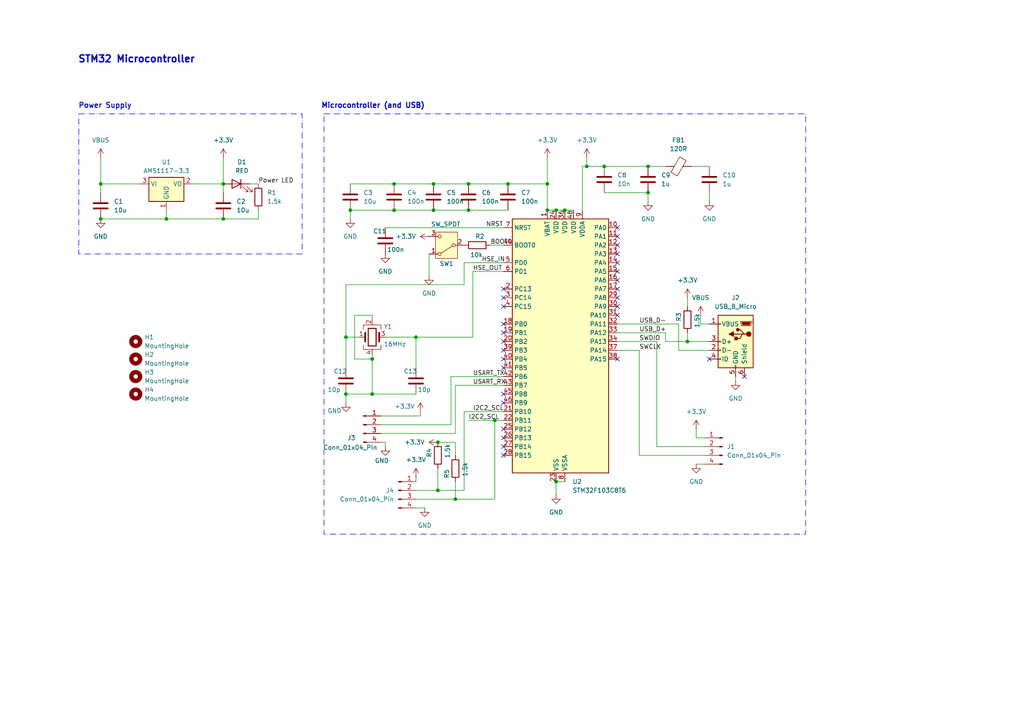
<source format=kicad_sch>
(kicad_sch (version 20231120) (generator "eeschema") (generator_version "8.0")
  (paper "A4")
  (lib_symbols
    (symbol "Connector:Conn_01x04_Pin" (pin_names (offset 1.016) hide)
      (property "Reference" "J" (at 0 5.08 0))
      (property "Value" "Conn_01x04_Pin" (at 0 -7.62 0))
      (symbol "Conn_01x04_Pin_1_1"
        (polyline (pts (xy 1.27 -5.08) (xy 0.8636 -5.08)) (stroke (width 0.1524)))
        (polyline (pts (xy 1.27 -2.54) (xy 0.8636 -2.54)) (stroke (width 0.1524)))
        (polyline (pts (xy 1.27 0) (xy 0.8636 0)) (stroke (width 0.1524)))
        (polyline (pts (xy 1.27 2.54) (xy 0.8636 2.54)) (stroke (width 0.1524)))
        (rectangle (start 0.8636 -4.953) (end 0 -5.207) (stroke (width 0.1524)) (fill (type outline)))
        (rectangle (start 0.8636 -2.413) (end 0 -2.667) (stroke (width 0.1524)) (fill (type outline)))
        (rectangle (start 0.8636 0.127) (end 0 -0.127) (stroke (width 0.1524)) (fill (type outline)))
        (rectangle (start 0.8636 2.667) (end 0 2.413) (stroke (width 0.1524)) (fill (type outline)))
        (pin passive line (at 5.08 2.54 180) (length 3.81) (name "Pin_1") (number "1"))
        (pin passive line (at 5.08 0 180) (length 3.81) (name "Pin_2") (number "2"))
        (pin passive line (at 5.08 -2.54 180) (length 3.81) (name "Pin_3") (number "3"))
        (pin passive line (at 5.08 -5.08 180) (length 3.81) (name "Pin_4") (number "4"))
      )
    )
    (symbol "Connector:USB_B_Micro" (pin_names (offset 1.016))
      (property "Reference" "J" (at -5.08 11.43 0))
      (property "Value" "USB_B_Micro" (at -5.08 8.89 0))
      (symbol "USB_B_Micro_0_1"
        (rectangle (start -5.08 -7.62) (end 5.08 7.62) (stroke (width 0.254)) (fill (type background)))
        (circle (center -3.81 2.159) (radius 0.635) (stroke (width 0.254)) (fill (type outline)))
        (circle (center -0.635 3.429) (radius 0.381) (stroke (width 0.254)) (fill (type outline)))
        (rectangle (start -0.127 -7.62) (end 0.127 -6.858))
        (polyline (pts (xy -1.905 2.159) (xy 0.635 2.159)) (stroke (width 0.254)))
        (polyline (pts (xy -3.175 2.159) (xy -2.54 2.159) (xy -1.27 3.429) (xy -0.635 3.429)) (stroke (width 0.254)))
        (polyline (pts (xy -2.54 2.159) (xy -1.905 2.159) (xy -1.27 0.889) (xy 0 0.889)) (stroke (width 0.254)))
        (polyline (pts (xy 0.635 2.794) (xy 0.635 1.524) (xy 1.905 2.159) (xy 0.635 2.794)) (stroke (width 0.254)) (fill (type outline)))
        (polyline (pts (xy -4.318 5.588) (xy -1.778 5.588) (xy -2.032 4.826) (xy -4.064 4.826) (xy -4.318 5.588)) (fill (type outline)))
        (polyline (pts (xy -4.699 5.842) (xy -4.699 5.588) (xy -4.445 4.826) (xy -4.445 4.572) (xy -1.651 4.572) (xy -1.651 4.826) (xy -1.397 5.588) (xy -1.397 5.842) (xy -4.699 5.842)))
        (rectangle (start 0.254 1.27) (end -0.508 0.508) (stroke (width 0.254)) (fill (type outline)))
        (rectangle (start 5.08 -5.207) (end 4.318 -4.953))
        (rectangle (start 5.08 -2.667) (end 4.318 -2.413))
        (rectangle (start 5.08 -0.127) (end 4.318 0.127))
        (rectangle (start 5.08 4.953) (end 4.318 5.207))
      )
      (symbol "USB_B_Micro_1_1"
        (pin power_out line (at 7.62 5.08 180) (length 2.54) (name "VBUS") (number "1"))
        (pin bidirectional line (at 7.62 -2.54 180) (length 2.54) (name "D-") (number "2"))
        (pin bidirectional line (at 7.62 0 180) (length 2.54) (name "D+") (number "3"))
        (pin passive line (at 7.62 -5.08 180) (length 2.54) (name "ID") (number "4"))
        (pin power_out line (at 0 -10.16 90) (length 2.54) (name "GND") (number "5"))
        (pin passive line (at -2.54 -10.16 90) (length 2.54) (name "Shield") (number "6"))
      )
    )
    (symbol "Device:C" (pin_numbers hide) (pin_names (offset 0.254))
      (property "Reference" "C" (at 0.635 2.54 0))
      (property "Value" "C" (at 0.635 -2.54 0))
      (symbol "C_0_1"
        (polyline (pts (xy -2.032 -0.762) (xy 2.032 -0.762)) (stroke (width 0.508)))
        (polyline (pts (xy -2.032 0.762) (xy 2.032 0.762)) (stroke (width 0.508)))
      )
      (symbol "C_1_1"
        (pin passive line (at 0 3.81 270) (length 2.794) (name "~") (number "1"))
        (pin passive line (at 0 -3.81 90) (length 2.794) (name "~") (number "2"))
      )
    )
    (symbol "Device:Crystal_GND24" (pin_names (offset 1.016) hide)
      (property "Reference" "Y" (at 3.175 5.08 0))
      (property "Value" "Crystal_GND24" (at 3.175 3.175 0))
      (symbol "Crystal_GND24_0_1"
        (rectangle (start -1.143 2.54) (end 1.143 -2.54) (stroke (width 0.3048)))
        (polyline (pts (xy -2.54 0) (xy -2.032 0)))
        (polyline (pts (xy -2.032 -1.27) (xy -2.032 1.27)) (stroke (width 0.508)))
        (polyline (pts (xy 0 -3.81) (xy 0 -3.556)))
        (polyline (pts (xy 0 3.556) (xy 0 3.81)))
        (polyline (pts (xy 2.032 -1.27) (xy 2.032 1.27)) (stroke (width 0.508)))
        (polyline (pts (xy 2.032 0) (xy 2.54 0)))
        (polyline (pts (xy -2.54 -2.286) (xy -2.54 -3.556) (xy 2.54 -3.556) (xy 2.54 -2.286)))
        (polyline (pts (xy -2.54 2.286) (xy -2.54 3.556) (xy 2.54 3.556) (xy 2.54 2.286)))
      )
      (symbol "Crystal_GND24_1_1"
        (pin passive line (at -3.81 0 0) (length 1.27) (name "1") (number "1"))
        (pin passive line (at 0 5.08 270) (length 1.27) (name "2") (number "2"))
        (pin passive line (at 3.81 0 180) (length 1.27) (name "3") (number "3"))
        (pin passive line (at 0 -5.08 90) (length 1.27) (name "4") (number "4"))
      )
    )
    (symbol "Device:FerriteBead" (pin_numbers hide) (pin_names (offset 0))
      (property "Reference" "FB" (at -3.81 0.635 90))
      (property "Value" "FerriteBead" (at 3.81 0 90))
      (symbol "FerriteBead_0_1"
        (polyline (pts (xy 0 -1.27) (xy 0 -1.2192)))
        (polyline (pts (xy 0 1.27) (xy 0 1.2954)))
        (polyline (pts (xy -2.7686 0.4064) (xy -1.7018 2.2606) (xy 2.7686 -0.3048) (xy 1.6764 -2.159) (xy -2.7686 0.4064)))
      )
      (symbol "FerriteBead_1_1"
        (pin passive line (at 0 3.81 270) (length 2.54) (name "~") (number "1"))
        (pin passive line (at 0 -3.81 90) (length 2.54) (name "~") (number "2"))
      )
    )
    (symbol "Device:LED" (pin_numbers hide) (pin_names (offset 1.016) hide)
      (property "Reference" "D" (at 0 2.54 0))
      (property "Value" "LED" (at 0 -2.54 0))
      (symbol "LED_0_1"
        (polyline (pts (xy -1.27 -1.27) (xy -1.27 1.27)) (stroke (width 0.254)))
        (polyline (pts (xy -1.27 0) (xy 1.27 0)))
        (polyline (pts (xy 1.27 -1.27) (xy 1.27 1.27) (xy -1.27 0) (xy 1.27 -1.27)) (stroke (width 0.254)))
        (polyline (pts (xy -3.048 -0.762) (xy -4.572 -2.286) (xy -3.81 -2.286) (xy -4.572 -2.286) (xy -4.572 -1.524)))
        (polyline (pts (xy -1.778 -0.762) (xy -3.302 -2.286) (xy -2.54 -2.286) (xy -3.302 -2.286) (xy -3.302 -1.524)))
      )
      (symbol "LED_1_1"
        (pin passive line (at -3.81 0 0) (length 2.54) (name "K") (number "1"))
        (pin passive line (at 3.81 0 180) (length 2.54) (name "A") (number "2"))
      )
    )
    (symbol "Device:R" (pin_numbers hide) (pin_names (offset 0))
      (property "Reference" "R" (at 2.032 0 90))
      (property "Value" "R" (at 0 0 90))
      (symbol "R_0_1"
        (rectangle (start -1.016 -2.54) (end 1.016 2.54) (stroke (width 0.254)))
      )
      (symbol "R_1_1"
        (pin passive line (at 0 3.81 270) (length 1.27) (name "~") (number "1"))
        (pin passive line (at 0 -3.81 90) (length 1.27) (name "~") (number "2"))
      )
    )
    (symbol "MCU_ST_STM32F1:STM32F103C8Tx"
      (property "Reference" "U" (at -12.7 39.37 0))
      (property "Value" "STM32F103C8Tx" (at 10.16 39.37 0))
      (symbol "STM32F103C8Tx_0_1"
        (rectangle (start -12.7 -35.56) (end 15.24 38.1) (stroke (width 0.254)) (fill (type background)))
      )
      (symbol "STM32F103C8Tx_1_1"
        (pin power_in line (at -2.54 40.64 270) (length 2.54) (name "VBAT") (number "1"))
        (pin bidirectional line (at 17.78 35.56 180) (length 2.54) (name "PA0") (number "10"))
        (pin bidirectional line (at 17.78 33.02 180) (length 2.54) (name "PA1") (number "11"))
        (pin bidirectional line (at 17.78 30.48 180) (length 2.54) (name "PA2") (number "12"))
        (pin bidirectional line (at 17.78 27.94 180) (length 2.54) (name "PA3") (number "13"))
        (pin bidirectional line (at 17.78 25.4 180) (length 2.54) (name "PA4") (number "14"))
        (pin bidirectional line (at 17.78 22.86 180) (length 2.54) (name "PA5") (number "15"))
        (pin bidirectional line (at 17.78 20.32 180) (length 2.54) (name "PA6") (number "16"))
        (pin bidirectional line (at 17.78 17.78 180) (length 2.54) (name "PA7") (number "17"))
        (pin bidirectional line (at -15.24 7.62 0) (length 2.54) (name "PB0") (number "18"))
        (pin bidirectional line (at -15.24 5.08 0) (length 2.54) (name "PB1") (number "19"))
        (pin bidirectional line (at -15.24 17.78 0) (length 2.54) (name "PC13") (number "2"))
        (pin bidirectional line (at -15.24 2.54 0) (length 2.54) (name "PB2") (number "20"))
        (pin bidirectional line (at -15.24 -17.78 0) (length 2.54) (name "PB10") (number "21"))
        (pin bidirectional line (at -15.24 -20.32 0) (length 2.54) (name "PB11") (number "22"))
        (pin power_in line (at 0 -38.1 90) (length 2.54) (name "VSS") (number "23"))
        (pin power_in line (at 0 40.64 270) (length 2.54) (name "VDD") (number "24"))
        (pin bidirectional line (at -15.24 -22.86 0) (length 2.54) (name "PB12") (number "25"))
        (pin bidirectional line (at -15.24 -25.4 0) (length 2.54) (name "PB13") (number "26"))
        (pin bidirectional line (at -15.24 -27.94 0) (length 2.54) (name "PB14") (number "27"))
        (pin bidirectional line (at -15.24 -30.48 0) (length 2.54) (name "PB15") (number "28"))
        (pin bidirectional line (at 17.78 15.24 180) (length 2.54) (name "PA8") (number "29"))
        (pin bidirectional line (at -15.24 15.24 0) (length 2.54) (name "PC14") (number "3"))
        (pin bidirectional line (at 17.78 12.7 180) (length 2.54) (name "PA9") (number "30"))
        (pin bidirectional line (at 17.78 10.16 180) (length 2.54) (name "PA10") (number "31"))
        (pin bidirectional line (at 17.78 7.62 180) (length 2.54) (name "PA11") (number "32"))
        (pin bidirectional line (at 17.78 5.08 180) (length 2.54) (name "PA12") (number "33"))
        (pin bidirectional line (at 17.78 2.54 180) (length 2.54) (name "PA13") (number "34"))
        (pin passive line (at 0 -38.1 90) (length 2.54) hide (name "VSS") (number "35"))
        (pin power_in line (at 2.54 40.64 270) (length 2.54) (name "VDD") (number "36"))
        (pin bidirectional line (at 17.78 0 180) (length 2.54) (name "PA14") (number "37"))
        (pin bidirectional line (at 17.78 -2.54 180) (length 2.54) (name "PA15") (number "38"))
        (pin bidirectional line (at -15.24 0 0) (length 2.54) (name "PB3") (number "39"))
        (pin bidirectional line (at -15.24 12.7 0) (length 2.54) (name "PC15") (number "4"))
        (pin bidirectional line (at -15.24 -2.54 0) (length 2.54) (name "PB4") (number "40"))
        (pin bidirectional line (at -15.24 -5.08 0) (length 2.54) (name "PB5") (number "41"))
        (pin bidirectional line (at -15.24 -7.62 0) (length 2.54) (name "PB6") (number "42"))
        (pin bidirectional line (at -15.24 -10.16 0) (length 2.54) (name "PB7") (number "43"))
        (pin input line (at -15.24 30.48 0) (length 2.54) (name "BOOT0") (number "44"))
        (pin bidirectional line (at -15.24 -12.7 0) (length 2.54) (name "PB8") (number "45"))
        (pin bidirectional line (at -15.24 -15.24 0) (length 2.54) (name "PB9") (number "46"))
        (pin passive line (at 0 -38.1 90) (length 2.54) hide (name "VSS") (number "47"))
        (pin power_in line (at 5.08 40.64 270) (length 2.54) (name "VDD") (number "48"))
        (pin bidirectional line (at -15.24 25.4 0) (length 2.54) (name "PD0") (number "5"))
        (pin bidirectional line (at -15.24 22.86 0) (length 2.54) (name "PD1") (number "6"))
        (pin input line (at -15.24 35.56 0) (length 2.54) (name "NRST") (number "7"))
        (pin power_in line (at 2.54 -38.1 90) (length 2.54) (name "VSSA") (number "8"))
        (pin power_in line (at 7.62 40.64 270) (length 2.54) (name "VDDA") (number "9"))
      )
    )
    (symbol "Mechanical:MountingHole" (pin_names (offset 1.016)) (exclude_from_sim yes) (in_bom no)
      (property "Reference" "H" (at 0 5.08 0))
      (property "Value" "MountingHole" (at 0 3.175 0))
      (symbol "MountingHole_0_1"
        (circle (center 0 0) (radius 1.27) (stroke (width 1.27)))
      )
    )
    (symbol "Regulator_Linear:AMS1117-3.3"
      (property "Reference" "U" (at -3.81 3.175 0))
      (property "Value" "AMS1117-3.3" (at 0 3.175 0))
      (symbol "AMS1117-3.3_0_1"
        (rectangle (start -5.08 -5.08) (end 5.08 1.905) (stroke (width 0.254)) (fill (type background)))
      )
      (symbol "AMS1117-3.3_1_1"
        (pin power_in line (at 0 -7.62 90) (length 2.54) (name "GND") (number "1"))
        (pin power_out line (at 7.62 0 180) (length 2.54) (name "VO") (number "2"))
        (pin power_in line (at -7.62 0 0) (length 2.54) (name "VI") (number "3"))
      )
    )
    (symbol "Switch:SW_SPDT" (pin_names (offset 0) hide)
      (property "Reference" "SW" (at 0 5.08 0))
      (property "Value" "SW_SPDT" (at 0 -5.08 0))
      (symbol "SW_SPDT_0_1"
        (circle (center -2.032 0) (radius 0.4572))
        (polyline (pts (xy -1.651 0.254) (xy 1.651 2.286)))
        (circle (center 2.032 -2.54) (radius 0.4572))
        (circle (center 2.032 2.54) (radius 0.4572))
      )
      (symbol "SW_SPDT_1_1"
        (rectangle (start -3.175 3.81) (end 3.175 -3.81) (fill (type background)))
        (pin passive line (at 5.08 2.54 180) (length 2.54) (name "A") (number "1"))
        (pin passive line (at -5.08 0 0) (length 2.54) (name "B") (number "2"))
        (pin passive line (at 5.08 -2.54 180) (length 2.54) (name "C") (number "3"))
      )
    )
    (symbol "power:+3.3V" (power) (pin_numbers hide) (pin_names (offset 0) hide)
      (property "Value" "+3.3V" (at 0 3.556 0))
      (symbol "+3.3V_0_1"
        (polyline (pts (xy -0.762 1.27) (xy 0 2.54)))
        (polyline (pts (xy 0 0) (xy 0 2.54)))
        (polyline (pts (xy 0 2.54) (xy 0.762 1.27)))
      )
      (symbol "+3.3V_1_1"
        (pin power_in line (at 0 0 90) (length 0) (name "~") (number "1"))
      )
    )
    (symbol "power:GND" (power) (pin_numbers hide) (pin_names (offset 0) hide)
      (property "Value" "GND" (at 0 -3.81 0))
      (symbol "GND_0_1"
        (polyline (pts (xy 0 0) (xy 0 -1.27) (xy 1.27 -1.27) (xy 0 -2.54) (xy -1.27 -1.27) (xy 0 -1.27)))
      )
      (symbol "GND_1_1"
        (pin power_in line (at 0 0 270) (length 0) (name "~") (number "1"))
      )
    )
    (symbol "power:VBUS" (power) (pin_numbers hide) (pin_names (offset 0) hide)
      (property "Value" "VBUS" (at 0 3.556 0))
      (symbol "VBUS_0_1"
        (polyline (pts (xy -0.762 1.27) (xy 0 2.54)))
        (polyline (pts (xy 0 0) (xy 0 2.54)))
        (polyline (pts (xy 0 2.54) (xy 0.762 1.27)))
      )
      (symbol "VBUS_1_1"
        (pin power_in line (at 0 0 90) (length 0) (name "~") (number "1"))
      )
    )
  )
  (junction (at 29.21 53.34))
  (junction (at 29.21 63.5))
  (junction (at 64.77 53.34))
  (junction (at 107.95 114.3))
  (junction (at 125.73 60.96))
  (junction (at 158.75 60.96))
  (junction (at 187.96 55.88))
  (junction (at 114.3 60.96))
  (junction (at 127 142.24))
  (junction (at 114.3 53.34))
  (junction (at 158.75 53.34))
  (junction (at 127 128.27))
  (junction (at 147.32 53.34))
  (junction (at 64.77 63.5))
  (junction (at 161.29 139.7))
  (junction (at 120.65 97.79))
  (junction (at 132.08 144.78))
  (junction (at 163.83 60.96))
  (junction (at 100.33 114.3))
  (junction (at 187.96 48.26))
  (junction (at 101.6 60.96))
  (junction (at 135.89 53.34))
  (junction (at 199.39 99.06))
  (junction (at 143.51 121.92))
  (junction (at 48.26 63.5))
  (junction (at 125.73 53.34))
  (junction (at 135.89 60.96))
  (junction (at 161.29 60.96))
  (junction (at 100.33 97.79))
  (junction (at 170.18 48.26))
  (junction (at 107.95 104.14))
  (junction (at 175.26 48.26))
  (no_connect (at 146.05 93.98))
  (no_connect (at 179.07 88.9))
  (no_connect (at 179.07 86.36))
  (no_connect (at 146.05 101.6))
  (no_connect (at 146.05 99.06))
  (no_connect (at 179.07 91.44))
  (no_connect (at 146.05 129.54))
  (no_connect (at 146.05 83.82))
  (no_connect (at 179.07 73.66))
  (no_connect (at 146.05 96.52))
  (no_connect (at 205.74 104.14))
  (no_connect (at 146.05 114.3))
  (no_connect (at 179.07 66.04))
  (no_connect (at 146.05 127))
  (no_connect (at 179.07 78.74))
  (no_connect (at 146.05 124.46))
  (no_connect (at 146.05 116.84))
  (no_connect (at 179.07 104.14))
  (no_connect (at 146.05 106.68))
  (no_connect (at 215.9 109.22))
  (no_connect (at 146.05 132.08))
  (no_connect (at 179.07 76.2))
  (no_connect (at 179.07 68.58))
  (no_connect (at 146.05 88.9))
  (no_connect (at 146.05 104.14))
  (no_connect (at 146.05 86.36))
  (no_connect (at 179.07 71.12))
  (no_connect (at 179.07 81.28))
  (no_connect (at 179.07 83.82))
  (wire (pts (xy 111.76 128.27) (xy 110.49 128.27)))
  (wire (pts (xy 158.75 53.34) (xy 158.75 60.96)))
  (wire (pts (xy 132.08 139.7) (xy 132.08 144.78)))
  (wire (pts (xy 48.26 60.96) (xy 48.26 63.5)))
  (wire (pts (xy 179.07 96.52) (xy 193.04 96.52)))
  (wire (pts (xy 199.39 86.36) (xy 199.39 88.9)))
  (wire (pts (xy 64.77 45.72) (xy 64.77 53.34)))
  (wire (pts (xy 120.65 97.79) (xy 137.16 97.79)))
  (wire (pts (xy 107.95 92.71) (xy 107.95 91.44)))
  (wire (pts (xy 130.81 109.22) (xy 146.05 109.22)))
  (wire (pts (xy 120.65 142.24) (xy 127 142.24)))
  (wire (pts (xy 134.62 119.38) (xy 146.05 119.38)))
  (wire (pts (xy 168.91 48.26) (xy 170.18 48.26)))
  (wire (pts (xy 124.46 73.66) (xy 124.46 80.01)))
  (wire (pts (xy 147.32 53.34) (xy 158.75 53.34)))
  (wire (pts (xy 74.93 60.96) (xy 74.93 63.5)))
  (wire (pts (xy 213.36 109.22) (xy 213.36 110.49)))
  (wire (pts (xy 29.21 63.5) (xy 48.26 63.5)))
  (wire (pts (xy 179.07 93.98) (xy 196.85 93.98)))
  (wire (pts (xy 121.92 120.65) (xy 121.92 119.38)))
  (wire (pts (xy 201.93 134.62) (xy 204.47 134.62)))
  (wire (pts (xy 123.19 147.32) (xy 120.65 147.32)))
  (wire (pts (xy 170.18 48.26) (xy 175.26 48.26)))
  (wire (pts (xy 130.81 123.19) (xy 130.81 109.22)))
  (wire (pts (xy 29.21 45.72) (xy 29.21 53.34)))
  (wire (pts (xy 111.76 66.04) (xy 146.05 66.04)))
  (wire (pts (xy 190.5 129.54) (xy 190.5 99.06)))
  (wire (pts (xy 179.07 99.06) (xy 190.5 99.06)))
  (wire (pts (xy 100.33 97.79) (xy 100.33 82.55)))
  (wire (pts (xy 196.85 101.6) (xy 196.85 93.98)))
  (wire (pts (xy 48.26 63.5) (xy 64.77 63.5)))
  (wire (pts (xy 100.33 97.79) (xy 104.14 97.79)))
  (wire (pts (xy 175.26 48.26) (xy 187.96 48.26)))
  (wire (pts (xy 100.33 82.55) (xy 134.62 82.55)))
  (wire (pts (xy 114.3 53.34) (xy 125.73 53.34)))
  (wire (pts (xy 201.93 127) (xy 204.47 127)))
  (wire (pts (xy 29.21 53.34) (xy 29.21 55.88)))
  (wire (pts (xy 143.51 144.78) (xy 143.51 121.92)))
  (wire (pts (xy 163.83 60.96) (xy 166.37 60.96)))
  (wire (pts (xy 107.95 104.14) (xy 107.95 114.3)))
  (wire (pts (xy 125.73 53.34) (xy 135.89 53.34)))
  (wire (pts (xy 185.42 132.08) (xy 185.42 101.6)))
  (wire (pts (xy 64.77 53.34) (xy 55.88 53.34)))
  (wire (pts (xy 137.16 97.79) (xy 137.16 78.74)))
  (wire (pts (xy 200.66 48.26) (xy 205.74 48.26)))
  (wire (pts (xy 107.95 102.87) (xy 107.95 104.14)))
  (wire (pts (xy 100.33 114.3) (xy 100.33 116.84)))
  (wire (pts (xy 204.47 132.08) (xy 185.42 132.08)))
  (wire (pts (xy 111.76 97.79) (xy 120.65 97.79)))
  (wire (pts (xy 142.24 71.12) (xy 146.05 71.12)))
  (wire (pts (xy 203.2 91.44) (xy 203.2 93.98)))
  (wire (pts (xy 72.39 53.34) (xy 74.93 53.34)))
  (wire (pts (xy 161.29 60.96) (xy 163.83 60.96)))
  (wire (pts (xy 132.08 132.08) (xy 132.08 128.27)))
  (wire (pts (xy 127 142.24) (xy 134.62 142.24)))
  (wire (pts (xy 143.51 121.92) (xy 146.05 121.92)))
  (wire (pts (xy 203.2 93.98) (xy 205.74 93.98)))
  (wire (pts (xy 205.74 101.6) (xy 196.85 101.6)))
  (wire (pts (xy 135.89 121.92) (xy 143.51 121.92)))
  (wire (pts (xy 127 135.89) (xy 127 142.24)))
  (wire (pts (xy 132.08 128.27) (xy 127 128.27)))
  (wire (pts (xy 199.39 99.06) (xy 193.04 99.06)))
  (wire (pts (xy 111.76 128.27) (xy 111.76 129.54)))
  (wire (pts (xy 100.33 106.68) (xy 100.33 97.79)))
  (wire (pts (xy 110.49 120.65) (xy 121.92 120.65)))
  (wire (pts (xy 101.6 53.34) (xy 114.3 53.34)))
  (wire (pts (xy 107.95 91.44) (xy 102.87 91.44)))
  (wire (pts (xy 158.75 45.72) (xy 158.75 53.34)))
  (wire (pts (xy 120.65 144.78) (xy 132.08 144.78)))
  (wire (pts (xy 101.6 60.96) (xy 101.6 63.5)))
  (wire (pts (xy 120.65 97.79) (xy 120.65 106.68)))
  (wire (pts (xy 168.91 60.96) (xy 168.91 48.26)))
  (wire (pts (xy 158.75 60.96) (xy 161.29 60.96)))
  (wire (pts (xy 161.29 139.7) (xy 163.83 139.7)))
  (wire (pts (xy 187.96 48.26) (xy 193.04 48.26)))
  (wire (pts (xy 100.33 114.3) (xy 107.95 114.3)))
  (wire (pts (xy 40.64 53.34) (xy 29.21 53.34)))
  (wire (pts (xy 110.49 125.73) (xy 132.08 125.73)))
  (wire (pts (xy 193.04 99.06) (xy 193.04 96.52)))
  (wire (pts (xy 132.08 144.78) (xy 143.51 144.78)))
  (wire (pts (xy 179.07 101.6) (xy 185.42 101.6)))
  (wire (pts (xy 134.62 76.2) (xy 146.05 76.2)))
  (wire (pts (xy 132.08 111.76) (xy 146.05 111.76)))
  (wire (pts (xy 134.62 82.55) (xy 134.62 76.2)))
  (wire (pts (xy 135.89 53.34) (xy 147.32 53.34)))
  (wire (pts (xy 102.87 91.44) (xy 102.87 104.14)))
  (wire (pts (xy 101.6 60.96) (xy 114.3 60.96)))
  (wire (pts (xy 201.93 124.46) (xy 201.93 127)))
  (wire (pts (xy 102.87 104.14) (xy 107.95 104.14)))
  (wire (pts (xy 120.65 139.7) (xy 120.65 138.43)))
  (wire (pts (xy 110.49 123.19) (xy 130.81 123.19)))
  (wire (pts (xy 114.3 60.96) (xy 125.73 60.96)))
  (wire (pts (xy 132.08 125.73) (xy 132.08 111.76)))
  (wire (pts (xy 137.16 78.74) (xy 146.05 78.74)))
  (wire (pts (xy 199.39 96.52) (xy 199.39 99.06)))
  (wire (pts (xy 170.18 45.72) (xy 170.18 48.26)))
  (wire (pts (xy 64.77 55.88) (xy 64.77 53.34)))
  (wire (pts (xy 204.47 129.54) (xy 190.5 129.54)))
  (wire (pts (xy 125.73 60.96) (xy 135.89 60.96)))
  (wire (pts (xy 107.95 114.3) (xy 120.65 114.3)))
  (wire (pts (xy 161.29 139.7) (xy 161.29 143.51)))
  (wire (pts (xy 135.89 60.96) (xy 147.32 60.96)))
  (wire (pts (xy 74.93 63.5) (xy 64.77 63.5)))
  (wire (pts (xy 134.62 142.24) (xy 134.62 119.38)))
  (wire (pts (xy 187.96 55.88) (xy 187.96 58.42)))
  (wire (pts (xy 175.26 55.88) (xy 187.96 55.88)))
  (wire (pts (xy 205.74 55.88) (xy 205.74 58.42)))
  (wire (pts (xy 205.74 99.06) (xy 199.39 99.06)))
  (rectangle (start 93.98 33.02) (end 233.68 154.94) (stroke (width 0) (type dash_dot)))
  (rectangle (start 22.86 33.02) (end 87.63 73.66) (stroke (width 0) (type dash_dot)))
  (text "STM32 Microcontroller" (at 39.624 17.272 0) (effects (font (size 2 2) (bold yes))))
  (text "Power Supply" (at 30.48 30.734 0) (effects (font (size 1.5 1.5) (thickness 0.254) (bold yes))))
  (text "Microcontroller (and USB)" (at 108.204 30.734 0) (effects (font (size 1.5 1.5) (bold yes))))
  (label "I2C2_SCL" (at 137.16 119.38 0))
  (label "USB_D-" (at 185.42 93.98 0))
  (label "USB_D+" (at 185.42 96.52 0))
  (label "BOOT0" (at 142.24 71.12 0))
  (label "HSE_IN" (at 139.7 76.2 0))
  (label "SWDIO" (at 185.42 99.06 0))
  (label "NRST" (at 140.97 66.04 0))
  (label "Power LED" (at 74.93 53.34 0))
  (label "SWCLK" (at 185.42 101.6 0))
  (label "USART_TX" (at 137.16 109.22 0))
  (label "USART_RX" (at 137.16 111.76 0))
  (label "I2C2_SCL" (at 135.89 121.92 0))
  (label "HSE_OUT" (at 137.16 78.74 0))
  (symbol (lib_id "power:GND") (at 111.76 129.54 0) (mirror y) (unit 1)
    (property "Reference" "#PWR020" (effects (hide yes)))
    (property "Value" "GND" (at 110.744 133.604 0))
    (property "Description" "Power symbol creates a global label with name \"GND\" , ground" (effects (hide yes)))
  )
  (symbol (lib_id "power:GND") (at 100.33 116.84 0) (unit 1)
    (property "Reference" "#PWR010" (effects (hide yes)))
    (property "Value" "GND" (at 97.028 119.126 0))
    (property "Description" "Power symbol creates a global label with name \"GND\" , ground" (effects (hide yes)))
  )
  (symbol (lib_id "Device:C") (at 111.76 69.85 0) (unit 1)
    (property "Reference" "C11" (at 108.204 67.056 0) (effects (justify left)))
    (property "Value" "100n" (at 112.268 72.39 0) (effects (justify left)))
    (property "Footprint" "Capacitor_SMD:C_0402_1005Metric" (effects (hide yes)))
    (property "Description" "Unpolarized capacitor" (effects (hide yes)))
  )
  (symbol (lib_id "power:+3.3V") (at 121.92 119.38 0) (mirror y) (unit 1)
    (property "Reference" "#PWR019" (effects (hide yes)))
    (property "Value" "+3.3V" (at 117.348 117.856 0))
    (property "Description" "Power symbol creates a global label with name \"+3.3V\"" (effects (hide yes)))
  )
  (symbol (lib_id "Device:C") (at 205.74 52.07 0) (unit 1)
    (property "Reference" "C10" (at 209.55 50.7999 0) (effects (justify left)))
    (property "Value" "1u" (at 209.55 53.3399 0) (effects (justify left)))
    (property "Footprint" "Capacitor_SMD:C_0402_1005Metric" (effects (hide yes)))
    (property "Description" "Unpolarized capacitor" (effects (hide yes)))
  )
  (symbol (lib_id "power:+3.3V") (at 201.93 124.46 0) (unit 1)
    (property "Reference" "#PWR014" (effects (hide yes)))
    (property "Value" "+3.3V" (at 201.93 119.38 0))
    (property "Description" "Power symbol creates a global label with name \"+3.3V\"" (effects (hide yes)))
  )
  (symbol (lib_id "Connector:USB_B_Micro") (at 213.36 99.06 0) (mirror y) (unit 1)
    (property "Reference" "J2" (at 213.36 86.36 0))
    (property "Value" "USB_B_Micro" (at 213.36 88.9 0))
    (property "Footprint" "Connector_USB:USB_Micro-B_Wuerth_629105150521" (effects (hide yes)))
    (property "Description" "USB Micro Type B connector" (effects (hide yes)))
  )
  (symbol (lib_id "Connector:Conn_01x04_Pin") (at 115.57 142.24 0) (unit 1)
    (property "Reference" "J4" (at 114.3 142.2399 0) (effects (justify right)))
    (property "Value" "Conn_01x04_Pin" (at 114.3 144.7799 0) (effects (justify right)))
    (property "Footprint" "Connector_PinHeader_2.54mm:PinHeader_1x04_P2.54mm_Vertical" (effects (hide yes)))
    (property "Description" "Generic connector, single row, 01x04, script generated" (effects (hide yes)))
  )
  (symbol (lib_id "Regulator_Linear:AMS1117-3.3") (at 48.26 53.34 0) (unit 1)
    (property "Reference" "U1" (at 48.26 46.99 0))
    (property "Value" "AMS1117-3.3" (at 48.26 49.53 0))
    (property "Footprint" "Package_TO_SOT_SMD:SOT-223-3_TabPin2" (effects (hide yes)))
    (property "Datasheet" "http://www.advanced-monolithic.com/pdf/ds1117.pdf" (effects (hide yes)))
    (property "Description" "1A Low Dropout regulator, positive, 3.3V fixed output, SOT-223" (effects (hide yes)))
  )
  (symbol (lib_id "power:GND") (at 101.6 63.5 0) (unit 1)
    (property "Reference" "#PWR03" (effects (hide yes)))
    (property "Value" "GND" (at 101.6 68.58 0))
    (property "Description" "Power symbol creates a global label with name \"GND\" , ground" (effects (hide yes)))
  )
  (symbol (lib_id "Device:C") (at 100.33 110.49 0) (unit 1)
    (property "Reference" "C12" (at 96.774 107.696 0) (effects (justify left)))
    (property "Value" "10p" (at 94.996 113.03 0) (effects (justify left)))
    (property "Footprint" "Capacitor_SMD:C_0402_1005Metric" (effects (hide yes)))
    (property "Description" "Unpolarized capacitor" (effects (hide yes)))
  )
  (symbol (lib_id "Device:C") (at 135.89 57.15 0) (unit 1)
    (property "Reference" "C6" (at 139.7 55.8799 0) (effects (justify left)))
    (property "Value" "100n" (at 139.7 58.4199 0) (effects (justify left)))
    (property "Footprint" "Capacitor_SMD:C_0402_1005Metric" (effects (hide yes)))
    (property "Description" "Unpolarized capacitor" (effects (hide yes)))
  )
  (symbol (lib_id "power:GND") (at 29.21 63.5 0) (unit 1)
    (property "Reference" "#PWR016" (effects (hide yes)))
    (property "Value" "GND" (at 29.21 68.58 0))
    (property "Description" "Power symbol creates a global label with name \"GND\" , ground" (effects (hide yes)))
  )
  (symbol (lib_id "power:+3.3V") (at 64.77 45.72 0) (unit 1)
    (property "Reference" "#PWR017" (effects (hide yes)))
    (property "Value" "+3.3V" (at 64.77 40.64 0))
    (property "Description" "Power symbol creates a global label with name \"+3.3V\"" (effects (hide yes)))
  )
  (symbol (lib_id "Device:R") (at 138.43 71.12 90) (unit 1)
    (property "Reference" "R2" (at 139.192 68.58 90))
    (property "Value" "10k" (at 138.176 73.914 90))
    (property "Footprint" "Resistor_SMD:R_0402_1005Metric" (effects (hide yes)))
    (property "Description" "Resistor" (effects (hide yes)))
  )
  (symbol (lib_id "Mechanical:MountingHole") (at 39.37 109.22 0) (unit 1) (exclude_from_sim yes) (in_bom no)
    (property "Reference" "H3" (at 41.91 107.9499 0) (effects (justify left)))
    (property "Value" "MountingHole" (at 41.91 110.4899 0) (effects (justify left)))
    (property "Footprint" "MountingHole:MountingHole_2.1mm" (effects (hide yes)))
    (property "Description" "Mounting Hole without connection" (effects (hide yes)))
  )
  (symbol (lib_id "Device:C") (at 187.96 52.07 0) (unit 1)
    (property "Reference" "C9" (at 191.77 50.7999 0) (effects (justify left)))
    (property "Value" "1u" (at 191.77 53.3399 0) (effects (justify left)))
    (property "Footprint" "Capacitor_SMD:C_0402_1005Metric" (effects (hide yes)))
    (property "Description" "Unpolarized capacitor" (effects (hide yes)))
  )
  (symbol (lib_id "power:+3.3V") (at 170.18 45.72 0) (unit 1)
    (property "Reference" "#PWR04" (effects (hide yes)))
    (property "Value" "+3.3V" (at 170.18 40.64 0))
    (property "Description" "Power symbol creates a global label with name \"+3.3V\"" (effects (hide yes)))
  )
  (symbol (lib_id "power:GND") (at 213.36 110.49 0) (unit 1)
    (property "Reference" "#PWR011" (effects (hide yes)))
    (property "Value" "GND" (at 213.36 115.57 0))
    (property "Description" "Power symbol creates a global label with name \"GND\" , ground" (effects (hide yes)))
  )
  (symbol (lib_id "Device:R") (at 132.08 135.89 180) (unit 1)
    (property "Reference" "R5" (at 129.54 137.414 90))
    (property "Value" "1.5k" (at 134.874 136.144 90))
    (property "Footprint" "Resistor_SMD:R_0402_1005Metric" (effects (hide yes)))
    (property "Description" "Resistor" (effects (hide yes)))
  )
  (symbol (lib_id "Mechanical:MountingHole") (at 39.37 114.3 0) (unit 1) (exclude_from_sim yes) (in_bom no)
    (property "Reference" "H4" (at 41.91 113.0299 0) (effects (justify left)))
    (property "Value" "MountingHole" (at 41.91 115.5699 0) (effects (justify left)))
    (property "Footprint" "MountingHole:MountingHole_2.1mm" (effects (hide yes)))
    (property "Description" "Mounting Hole without connection" (effects (hide yes)))
  )
  (symbol (lib_id "power:GND") (at 124.46 80.01 0) (unit 1)
    (property "Reference" "#PWR08" (effects (hide yes)))
    (property "Value" "GND" (at 124.46 85.09 0))
    (property "Description" "Power symbol creates a global label with name \"GND\" , ground" (effects (hide yes)))
  )
  (symbol (lib_id "power:+3.3V") (at 199.39 86.36 0) (unit 1)
    (property "Reference" "#PWR013" (effects (hide yes)))
    (property "Value" "+3.3V" (at 199.39 81.28 0))
    (property "Description" "Power symbol creates a global label with name \"+3.3V\"" (effects (hide yes)))
  )
  (symbol (lib_id "Device:C") (at 114.3 57.15 0) (unit 1)
    (property "Reference" "C4" (at 118.11 55.8799 0) (effects (justify left)))
    (property "Value" "100n" (at 118.11 58.4199 0) (effects (justify left)))
    (property "Footprint" "Capacitor_SMD:C_0402_1005Metric" (effects (hide yes)))
    (property "Description" "Unpolarized capacitor" (effects (hide yes)))
  )
  (symbol (lib_id "Device:C") (at 120.65 110.49 0) (unit 1)
    (property "Reference" "C13" (at 117.094 107.696 0) (effects (justify left)))
    (property "Value" "10p" (at 121.158 113.03 0) (effects (justify left)))
    (property "Footprint" "Capacitor_SMD:C_0402_1005Metric" (effects (hide yes)))
    (property "Description" "Unpolarized capacitor" (effects (hide yes)))
  )
  (symbol (lib_id "power:GND") (at 205.74 58.42 0) (unit 1)
    (property "Reference" "#PWR06" (effects (hide yes)))
    (property "Value" "GND" (at 205.74 63.5 0))
    (property "Description" "Power symbol creates a global label with name \"GND\" , ground" (effects (hide yes)))
  )
  (symbol (lib_id "power:+3.3V") (at 120.65 138.43 0) (mirror y) (unit 1)
    (property "Reference" "#PWR021" (effects (hide yes)))
    (property "Value" "+3.3V" (at 120.65 133.35 0))
    (property "Description" "Power symbol creates a global label with name \"+3.3V\"" (effects (hide yes)))
  )
  (symbol (lib_id "Device:R") (at 199.39 92.71 180) (unit 1)
    (property "Reference" "R3" (at 196.85 91.948 90))
    (property "Value" "1.5k" (at 202.184 92.964 90))
    (property "Footprint" "Resistor_SMD:R_0402_1005Metric" (effects (hide yes)))
    (property "Description" "Resistor" (effects (hide yes)))
  )
  (symbol (lib_id "Device:C") (at 64.77 59.69 0) (unit 1)
    (property "Reference" "C2" (at 68.58 58.4199 0) (effects (justify left)))
    (property "Value" "10u" (at 68.58 60.9599 0) (effects (justify left)))
    (property "Footprint" "Capacitor_SMD:C_0603_1608Metric" (effects (hide yes)))
    (property "Description" "Unpolarized capacitor" (effects (hide yes)))
  )
  (symbol (lib_id "Device:C") (at 29.21 59.69 0) (unit 1)
    (property "Reference" "C1" (at 33.02 58.4199 0) (effects (justify left)))
    (property "Value" "10u" (at 33.02 60.9599 0) (effects (justify left)))
    (property "Footprint" "Capacitor_SMD:C_0603_1608Metric" (effects (hide yes)))
    (property "Description" "Unpolarized capacitor" (effects (hide yes)))
  )
  (symbol (lib_id "power:GND") (at 123.19 147.32 0) (mirror y) (unit 1)
    (property "Reference" "#PWR022" (effects (hide yes)))
    (property "Value" "GND" (at 123.19 152.4 0))
    (property "Description" "Power symbol creates a global label with name \"GND\" , ground" (effects (hide yes)))
  )
  (symbol (lib_id "Device:FerriteBead") (at 196.85 48.26 90) (unit 1)
    (property "Reference" "FB1" (at 196.7992 40.64 90))
    (property "Value" "120R" (at 196.7992 43.18 90))
    (property "Footprint" "Inductor_SMD:L_0603_1608Metric" (effects (hide yes)))
    (property "Description" "Ferrite bead" (effects (hide yes)))
  )
  (symbol (lib_id "Connector:Conn_01x04_Pin") (at 209.55 129.54 0) (mirror y) (unit 1)
    (property "Reference" "J1" (at 210.82 129.5399 0) (effects (justify right)))
    (property "Value" "Conn_01x04_Pin" (at 210.82 132.0799 0) (effects (justify right)))
    (property "Footprint" "Connector_PinHeader_2.54mm:PinHeader_1x04_P2.54mm_Vertical" (effects (hide yes)))
    (property "Description" "Generic connector, single row, 01x04, script generated" (effects (hide yes)))
  )
  (symbol (lib_id "power:+3.3V") (at 158.75 45.72 0) (unit 1)
    (property "Reference" "#PWR02" (effects (hide yes)))
    (property "Value" "+3.3V" (at 158.75 40.64 0))
    (property "Description" "Power symbol creates a global label with name \"+3.3V\"" (effects (hide yes)))
  )
  (symbol (lib_id "Device:C") (at 147.32 57.15 0) (unit 1)
    (property "Reference" "C7" (at 151.13 55.8799 0) (effects (justify left)))
    (property "Value" "100n" (at 151.13 58.4199 0) (effects (justify left)))
    (property "Footprint" "Capacitor_SMD:C_0402_1005Metric" (effects (hide yes)))
    (property "Description" "Unpolarized capacitor" (effects (hide yes)))
  )
  (symbol (lib_id "Device:C") (at 125.73 57.15 0) (unit 1)
    (property "Reference" "C5" (at 129.54 55.8799 0) (effects (justify left)))
    (property "Value" "100n" (at 129.54 58.4199 0) (effects (justify left)))
    (property "Footprint" "Capacitor_SMD:C_0402_1005Metric" (effects (hide yes)))
    (property "Description" "Unpolarized capacitor" (effects (hide yes)))
  )
  (symbol (lib_id "Device:C") (at 101.6 57.15 0) (unit 1)
    (property "Reference" "C3" (at 105.41 55.8799 0) (effects (justify left)))
    (property "Value" "10u" (at 105.41 58.4199 0) (effects (justify left)))
    (property "Footprint" "Capacitor_SMD:C_0603_1608Metric" (effects (hide yes)))
    (property "Description" "Unpolarized capacitor" (effects (hide yes)))
  )
  (symbol (lib_id "power:GND") (at 201.93 134.62 0) (unit 1)
    (property "Reference" "#PWR015" (effects (hide yes)))
    (property "Value" "GND" (at 201.93 139.7 0))
    (property "Description" "Power symbol creates a global label with name \"GND\" , ground" (effects (hide yes)))
  )
  (symbol (lib_id "MCU_ST_STM32F1:STM32F103C8Tx") (at 161.29 101.6 0) (unit 1)
    (property "Reference" "U2" (at 166.0241 139.7 0) (effects (justify left)))
    (property "Value" "STM32F103C8T6" (at 166.0241 142.24 0) (effects (justify left)))
    (property "Footprint" "Package_QFP:LQFP-48_7x7mm_P0.5mm" (effects (hide yes)))
    (property "Datasheet" "https://www.st.com/resource/en/datasheet/stm32f103c8.pdf" (effects (hide yes)))
    (property "Description" "STMicroelectronics Arm Cortex-M3 MCU, 64KB flash, 20KB RAM, 72 MHz, 2.0-3.6V, 37 GPIO, LQFP48" (effects (hide yes)))
  )
  (symbol (lib_id "power:+3.3V") (at 124.46 68.58 90) (unit 1)
    (property "Reference" "#PWR09" (effects (hide yes)))
    (property "Value" "+3.3V" (at 120.65 68.5799 90) (effects (justify left)))
    (property "Description" "Power symbol creates a global label with name \"+3.3V\"" (effects (hide yes)))
  )
  (symbol (lib_id "power:+3.3V") (at 127 128.27 90) (mirror x) (unit 1)
    (property "Reference" "#PWR023" (effects (hide yes)))
    (property "Value" "+3.3V" (at 123.19 128.2699 90) (effects (justify left)))
    (property "Description" "Power symbol creates a global label with name \"+3.3V\"" (effects (hide yes)))
  )
  (symbol (lib_id "Switch:SW_SPDT") (at 129.54 71.12 180) (unit 1)
    (property "Reference" "SW1" (at 129.54 76.454 0))
    (property "Value" "SW_SPDT" (at 129.286 65.024 0))
    (property "Footprint" "Button_Switch_THT:SW_E-Switch_EG1224_SPDT_Angled" (effects (hide yes)))
    (property "Description" "Switch, single pole double throw" (effects (hide yes)))
  )
  (symbol (lib_id "power:GND") (at 161.29 143.51 0) (unit 1)
    (property "Reference" "#PWR01" (effects (hide yes)))
    (property "Value" "GND" (at 161.29 148.59 0))
    (property "Description" "Power symbol creates a global label with name \"GND\" , ground" (effects (hide yes)))
  )
  (symbol (lib_id "power:GND") (at 111.76 73.66 0) (unit 1)
    (property "Reference" "#PWR07" (effects (hide yes)))
    (property "Value" "GND" (at 111.76 78.74 0))
    (property "Description" "Power symbol creates a global label with name \"GND\" , ground" (effects (hide yes)))
  )
  (symbol (lib_id "Device:R") (at 127 132.08 180) (unit 1)
    (property "Reference" "R4" (at 124.46 131.318 90))
    (property "Value" "1.5k" (at 129.794 130.81 90))
    (property "Footprint" "Resistor_SMD:R_0402_1005Metric" (effects (hide yes)))
    (property "Description" "Resistor" (effects (hide yes)))
  )
  (symbol (lib_id "Device:R") (at 74.93 57.15 0) (unit 1)
    (property "Reference" "R1" (at 77.47 55.8799 0) (effects (justify left)))
    (property "Value" "1.5k" (at 77.47 58.4199 0) (effects (justify left)))
    (property "Footprint" "Resistor_SMD:R_0402_1005Metric" (effects (hide yes)))
    (property "Description" "Resistor" (effects (hide yes)))
  )
  (symbol (lib_id "Device:Crystal_GND24") (at 107.95 97.79 0) (unit 1)
    (property "Reference" "Y1" (at 112.522 94.742 0))
    (property "Value" "16MHz" (at 114.554 99.822 0))
    (property "Footprint" "Crystal:Crystal_SMD_3225-4Pin_3.2x2.5mm" (effects (hide yes)))
    (property "Description" "Four pin crystal, GND on pins 2 and 4" (effects (hide yes)))
  )
  (symbol (lib_id "Device:LED") (at 68.58 53.34 0) (mirror y) (unit 1)
    (property "Reference" "D1" (at 70.1675 46.99 0))
    (property "Value" "RED" (at 70.1675 49.53 0))
    (property "Footprint" "LED_SMD:LED_0603_1608Metric" (effects (hide yes)))
    (property "Description" "Light emitting diode" (effects (hide yes)))
  )
  (symbol (lib_id "Mechanical:MountingHole") (at 39.37 99.06 0) (unit 1) (exclude_from_sim yes) (in_bom no)
    (property "Reference" "H1" (at 41.91 97.7899 0) (effects (justify left)))
    (property "Value" "MountingHole" (at 41.91 100.3299 0) (effects (justify left)))
    (property "Footprint" "MountingHole:MountingHole_2.1mm" (effects (hide yes)))
    (property "Description" "Mounting Hole without connection" (effects (hide yes)))
  )
  (symbol (lib_id "power:VBUS") (at 29.21 45.72 0) (unit 1)
    (property "Reference" "#PWR018" (effects (hide yes)))
    (property "Value" "VBUS" (at 29.21 40.64 0))
    (property "Description" "Power symbol creates a global label with name \"VBUS\"" (effects (hide yes)))
  )
  (symbol (lib_id "Connector:Conn_01x04_Pin") (at 105.41 123.19 0) (unit 1)
    (property "Reference" "J3" (at 103.124 127 0) (effects (justify right)))
    (property "Value" "Conn_01x04_Pin" (at 109.474 129.794 0) (effects (justify right)))
    (property "Footprint" "Connector_PinHeader_2.54mm:PinHeader_1x04_P2.54mm_Vertical" (effects (hide yes)))
    (property "Description" "Generic connector, single row, 01x04, script generated" (effects (hide yes)))
  )
  (symbol (lib_id "power:VBUS") (at 203.2 91.44 0) (unit 1)
    (property "Reference" "#PWR012" (effects (hide yes)))
    (property "Value" "VBUS" (at 203.2 86.36 0))
    (property "Description" "Power symbol creates a global label with name \"VBUS\"" (effects (hide yes)))
  )
  (symbol (lib_id "power:GND") (at 187.96 58.42 0) (unit 1)
    (property "Reference" "#PWR05" (effects (hide yes)))
    (property "Value" "GND" (at 187.96 63.5 0))
    (property "Description" "Power symbol creates a global label with name \"GND\" , ground" (effects (hide yes)))
  )
  (symbol (lib_id "Mechanical:MountingHole") (at 39.37 104.14 0) (unit 1) (exclude_from_sim yes) (in_bom no)
    (property "Reference" "H2" (at 41.91 102.8699 0) (effects (justify left)))
    (property "Value" "MountingHole" (at 41.91 105.4099 0) (effects (justify left)))
    (property "Footprint" "MountingHole:MountingHole_2.1mm" (effects (hide yes)))
    (property "Description" "Mounting Hole without connection" (effects (hide yes)))
  )
  (symbol (lib_id "Device:C") (at 175.26 52.07 0) (unit 1)
    (property "Reference" "C8" (at 179.07 50.7999 0) (effects (justify left)))
    (property "Value" "10n" (at 179.07 53.3399 0) (effects (justify left)))
    (property "Footprint" "Capacitor_SMD:C_0402_1005Metric" (effects (hide yes)))
    (property "Description" "Unpolarized capacitor" (effects (hide yes)))
  )
)
</source>
